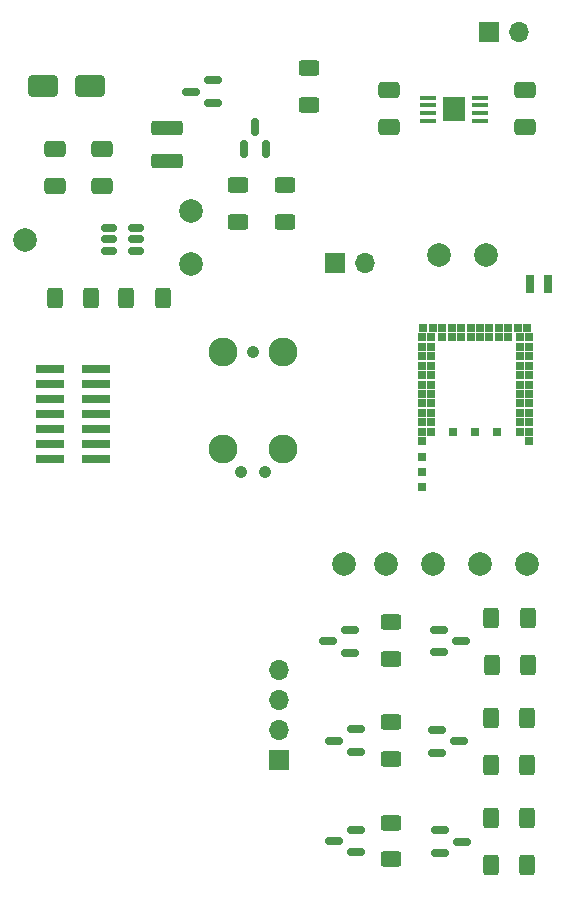
<source format=gbr>
%TF.GenerationSoftware,KiCad,Pcbnew,8.0.7*%
%TF.CreationDate,2025-01-18T18:24:10+01:00*%
%TF.ProjectId,tuff_tuff_pcb,74756666-5f74-4756-9666-5f7063622e6b,rev?*%
%TF.SameCoordinates,Original*%
%TF.FileFunction,Soldermask,Top*%
%TF.FilePolarity,Negative*%
%FSLAX46Y46*%
G04 Gerber Fmt 4.6, Leading zero omitted, Abs format (unit mm)*
G04 Created by KiCad (PCBNEW 8.0.7) date 2025-01-18 18:24:10*
%MOMM*%
%LPD*%
G01*
G04 APERTURE LIST*
G04 Aperture macros list*
%AMRoundRect*
0 Rectangle with rounded corners*
0 $1 Rounding radius*
0 $2 $3 $4 $5 $6 $7 $8 $9 X,Y pos of 4 corners*
0 Add a 4 corners polygon primitive as box body*
4,1,4,$2,$3,$4,$5,$6,$7,$8,$9,$2,$3,0*
0 Add four circle primitives for the rounded corners*
1,1,$1+$1,$2,$3*
1,1,$1+$1,$4,$5*
1,1,$1+$1,$6,$7*
1,1,$1+$1,$8,$9*
0 Add four rect primitives between the rounded corners*
20,1,$1+$1,$2,$3,$4,$5,0*
20,1,$1+$1,$4,$5,$6,$7,0*
20,1,$1+$1,$6,$7,$8,$9,0*
20,1,$1+$1,$8,$9,$2,$3,0*%
G04 Aperture macros list end*
%ADD10RoundRect,0.250000X-1.000000X-0.650000X1.000000X-0.650000X1.000000X0.650000X-1.000000X0.650000X0*%
%ADD11R,1.700000X1.700000*%
%ADD12O,1.700000X1.700000*%
%ADD13C,2.000000*%
%ADD14RoundRect,0.250000X-0.400000X-0.625000X0.400000X-0.625000X0.400000X0.625000X-0.400000X0.625000X0*%
%ADD15RoundRect,0.250000X-0.625000X0.400000X-0.625000X-0.400000X0.625000X-0.400000X0.625000X0.400000X0*%
%ADD16RoundRect,0.250000X1.075000X-0.375000X1.075000X0.375000X-1.075000X0.375000X-1.075000X-0.375000X0*%
%ADD17RoundRect,0.150000X-0.587500X-0.150000X0.587500X-0.150000X0.587500X0.150000X-0.587500X0.150000X0*%
%ADD18RoundRect,0.150000X0.587500X0.150000X-0.587500X0.150000X-0.587500X-0.150000X0.587500X-0.150000X0*%
%ADD19RoundRect,0.150000X-0.512500X-0.150000X0.512500X-0.150000X0.512500X0.150000X-0.512500X0.150000X0*%
%ADD20RoundRect,0.250000X0.650000X-0.412500X0.650000X0.412500X-0.650000X0.412500X-0.650000X-0.412500X0*%
%ADD21RoundRect,0.102000X0.250000X0.250000X-0.250000X0.250000X-0.250000X-0.250000X0.250000X-0.250000X0*%
%ADD22RoundRect,0.150000X0.150000X-0.587500X0.150000X0.587500X-0.150000X0.587500X-0.150000X-0.587500X0*%
%ADD23RoundRect,0.250000X-0.650000X0.412500X-0.650000X-0.412500X0.650000X-0.412500X0.650000X0.412500X0*%
%ADD24R,2.400000X0.740000*%
%ADD25R,0.800000X1.500000*%
%ADD26R,1.400000X0.450000*%
%ADD27R,1.846000X2.150000*%
%ADD28C,2.451100*%
%ADD29C,1.066800*%
G04 APERTURE END LIST*
D10*
%TO.C,D1*%
X-45000000Y69500000D03*
X-41000000Y69500000D03*
%TD*%
D11*
%TO.C,J5*%
X-25000000Y12380000D03*
D12*
X-25000000Y14920000D03*
X-25000000Y17460000D03*
X-25000000Y20000000D03*
%TD*%
D13*
%TO.C,TP8*%
X-12000000Y29000000D03*
%TD*%
D14*
%TO.C,R10*%
X-7080000Y24470000D03*
X-3980000Y24470000D03*
%TD*%
D15*
%TO.C,R2*%
X-22500000Y71000000D03*
X-22500000Y67900000D03*
%TD*%
D16*
%TO.C,L1*%
X-34500000Y63120000D03*
X-34500000Y65920000D03*
%TD*%
D17*
%TO.C,Q6*%
X-11630000Y14950000D03*
X-11630000Y13050000D03*
X-9755000Y14000000D03*
%TD*%
D18*
%TO.C,Q5*%
X-18500000Y13100000D03*
X-18500000Y15000000D03*
X-20375000Y14050000D03*
%TD*%
D11*
%TO.C,J4*%
X-20250000Y54525000D03*
D12*
X-17710000Y54525000D03*
%TD*%
D17*
%TO.C,Q4*%
X-11375000Y6450000D03*
X-11375000Y4550000D03*
X-9500000Y5500000D03*
%TD*%
D15*
%TO.C,R3*%
X-24500000Y61100000D03*
X-24500000Y58000000D03*
%TD*%
%TO.C,R5*%
X-15500000Y7100000D03*
X-15500000Y4000000D03*
%TD*%
D19*
%TO.C,U3*%
X-39375000Y57450000D03*
X-39375000Y56500000D03*
X-39375000Y55550000D03*
X-37100000Y55550000D03*
X-37100000Y56500000D03*
X-37100000Y57450000D03*
%TD*%
D18*
%TO.C,Q1*%
X-30625000Y68050000D03*
X-30625000Y69950000D03*
X-32500000Y69000000D03*
%TD*%
%TO.C,Q7*%
X-19000000Y21500000D03*
X-19000000Y23400000D03*
X-20875000Y22450000D03*
%TD*%
D13*
%TO.C,TP5*%
X-4000000Y29000000D03*
%TD*%
D20*
%TO.C,C1*%
X-15700000Y66025000D03*
X-15700000Y69150000D03*
%TD*%
%TO.C,C2*%
X-4200000Y66025000D03*
X-4200000Y69150000D03*
%TD*%
D13*
%TO.C,TP7*%
X-32500000Y58920000D03*
%TD*%
D14*
%TO.C,R12*%
X-7000000Y20500000D03*
X-3900000Y20500000D03*
%TD*%
D13*
%TO.C,TP1*%
X-16000000Y29000000D03*
%TD*%
D14*
%TO.C,R14*%
X-37980000Y51500000D03*
X-34880000Y51500000D03*
%TD*%
D13*
%TO.C,TP4*%
X-11500000Y55200000D03*
%TD*%
D21*
%TO.C,U1*%
X-12950000Y39400000D03*
X-12950000Y40200000D03*
X-12150000Y40200000D03*
X-12950000Y41000000D03*
X-12150000Y41000000D03*
X-12950000Y41800000D03*
X-12150000Y41800000D03*
X-12950000Y42600000D03*
X-12150000Y42600000D03*
X-12950000Y43400000D03*
X-12150000Y43400000D03*
X-12950000Y44200000D03*
X-12150000Y44200000D03*
X-12950000Y45000000D03*
X-12150000Y45000000D03*
X-12950000Y45800000D03*
X-12150000Y45800000D03*
X-12950000Y46600000D03*
X-12150000Y46600000D03*
X-12950000Y47400000D03*
X-12150000Y47400000D03*
X-12950000Y48200000D03*
X-12150000Y48200000D03*
X-12800000Y49000000D03*
X-12000000Y49000000D03*
X-11200000Y49000000D03*
X-11200000Y48200000D03*
X-10400000Y49000000D03*
X-10400000Y48200000D03*
X-9600000Y49000000D03*
X-9600000Y48200000D03*
X-8800000Y49000000D03*
X-8800000Y48200000D03*
X-8000000Y49000000D03*
X-8000000Y48200000D03*
X-7200000Y49000000D03*
X-7200000Y48200000D03*
X-6400000Y49000000D03*
X-6400000Y48200000D03*
X-5600000Y49000000D03*
X-5600000Y48200000D03*
X-4800000Y49000000D03*
X-4000000Y49000000D03*
X-3850000Y48200000D03*
X-4650000Y48200000D03*
X-3850000Y47400000D03*
X-4650000Y47400000D03*
X-3850000Y46600000D03*
X-4650000Y46600000D03*
X-3850000Y45800000D03*
X-4650000Y45800000D03*
X-3850000Y45000000D03*
X-4650000Y45000000D03*
X-3850000Y44200000D03*
X-4650000Y44200000D03*
X-3850000Y43400000D03*
X-4650000Y43400000D03*
X-3850000Y42600000D03*
X-4650000Y42600000D03*
X-3850000Y41800000D03*
X-4650000Y41800000D03*
X-3850000Y41000000D03*
X-4650000Y41000000D03*
X-3850000Y40200000D03*
X-4650000Y40200000D03*
X-3850000Y39400000D03*
X-12950000Y38100000D03*
X-12950000Y36800000D03*
X-12950000Y35500000D03*
X-10275000Y40200000D03*
X-8400000Y40200000D03*
X-6525000Y40200000D03*
%TD*%
D22*
%TO.C,Q2*%
X-28012500Y64112500D03*
X-26112500Y64112500D03*
X-27062500Y65987500D03*
%TD*%
D23*
%TO.C,C4*%
X-44000000Y64125000D03*
X-44000000Y61000000D03*
%TD*%
D14*
%TO.C,R13*%
X-44000000Y51500000D03*
X-40900000Y51500000D03*
%TD*%
%TO.C,R6*%
X-7100000Y3500000D03*
X-4000000Y3500000D03*
%TD*%
%TO.C,R7*%
X-7100000Y16000000D03*
X-4000000Y16000000D03*
%TD*%
D13*
%TO.C,TP9*%
X-46500000Y56420000D03*
%TD*%
D24*
%TO.C,J2*%
X-40500000Y37920000D03*
X-44400000Y37920000D03*
X-40500000Y39190000D03*
X-44400000Y39190000D03*
X-40500000Y40460000D03*
X-44400000Y40460000D03*
X-40500000Y41730000D03*
X-44400000Y41730000D03*
X-40500000Y43000000D03*
X-44400000Y43000000D03*
X-40500000Y44270000D03*
X-44400000Y44270000D03*
X-40500000Y45540000D03*
X-44400000Y45540000D03*
%TD*%
D14*
%TO.C,R9*%
X-7100000Y12000000D03*
X-4000000Y12000000D03*
%TD*%
D15*
%TO.C,R8*%
X-15500000Y15600000D03*
X-15500000Y12500000D03*
%TD*%
D14*
%TO.C,R4*%
X-7100000Y7500000D03*
X-4000000Y7500000D03*
%TD*%
D11*
%TO.C,J1*%
X-7220000Y74080000D03*
D12*
X-4680000Y74080000D03*
%TD*%
D13*
%TO.C,TP6*%
X-8000000Y29000000D03*
%TD*%
D18*
%TO.C,Q3*%
X-18500000Y4600000D03*
X-18500000Y6500000D03*
X-20375000Y5550000D03*
%TD*%
D25*
%TO.C,Y1*%
X-3750000Y52750000D03*
X-2250000Y52750000D03*
%TD*%
D13*
%TO.C,TP9*%
X-32500000Y54420000D03*
%TD*%
D17*
%TO.C,Q8*%
X-11500000Y23450000D03*
X-11500000Y21550000D03*
X-9625000Y22500000D03*
%TD*%
D15*
%TO.C,R1*%
X-28500000Y61100000D03*
X-28500000Y58000000D03*
%TD*%
D13*
%TO.C,TP3*%
X-7500000Y55200000D03*
%TD*%
D26*
%TO.C,U2*%
X-8000000Y66550000D03*
X-8000000Y67200000D03*
X-8000000Y67850000D03*
X-8000000Y68500000D03*
X-12400000Y68500000D03*
X-12400000Y67850000D03*
X-12400000Y67200000D03*
X-12400000Y66550000D03*
D27*
X-10200000Y67525000D03*
%TD*%
D20*
%TO.C,C3*%
X-40000000Y61000000D03*
X-40000000Y64125000D03*
%TD*%
D15*
%TO.C,R11*%
X-15500000Y24100000D03*
X-15500000Y21000000D03*
%TD*%
D13*
%TO.C,TP2*%
X-19500000Y29000000D03*
%TD*%
D28*
%TO.C,J3*%
X-24685000Y46990000D03*
D29*
X-27225000Y46990000D03*
D28*
X-29765000Y46990000D03*
X-24685000Y38735000D03*
X-29765000Y38735000D03*
D29*
X-26209000Y36830000D03*
X-28241000Y36830000D03*
%TD*%
M02*

</source>
